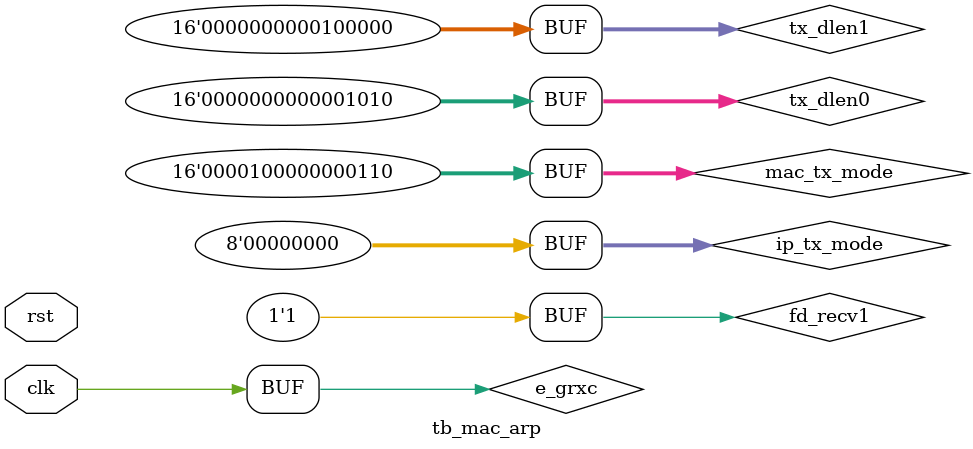
<source format=v>
module tb_mac_arp(
    input clk,
    input rst
);


    localparam GLEN = 8'h40;
    localparam ARP = 16'h0806, IP = 16'h0800;
    localparam ICMP = 8'h01, TCP = 8'h06, UDP = 8'h11;

    reg [7:0] state; 
    reg [7:0] next_state;

    localparam IDLE = 8'h00, WAIT = 8'h01, DONE = 8'h02; 
    localparam FIFO = 8'h13;
    localparam UDP0 = 8'h20, GAP0 = 8'h21, UDP1 = 8'h22, GAP1 = 8'h23;
    localparam UDP2 = 8'h24, GAP2 = 8'h25, UDP3 = 8'h26, GAP3 = 8'h27;

    wire e_grxc;
    wire e0_gtxc, e1_gtxc;
    wire e0_txen, e1_txen;
    wire e0_rxdv, e1_rxdv;
    wire [7:0] e0_rxd, e0_txd;
    wire [7:0] e1_rxd, e1_txd;
    wire e0_rstn, e1_rstn;
    wire fs_send0, fd_send0, fs_recv0, fd_recv0;
    wire fs_send1, fd_send1, fs_recv1, fd_recv1;
    wire [15:0] tx_dlen0, rx_dlen0;
    wire [15:0] tx_dlen1, rx_dlen1;
    wire fifo_cmd_rxen0, fifo_cmd_rxen1;
    wire [7:0] fifo_cmd_rxd0, fifo_cmd_rxd1;

    wire fs_fifo_tx, fd_fifo_tx;
    wire fifo_txen, fifo_rxen;
    wire fifo_full;
    wire [7:0] fifo_txd, fifo_rxd;

    wire [15:0] mac_rx_mode, mac_tx_mode;
    wire [7:0] ip_rx_mode, ip_tx_mode;


    assign tx_dlen0 = 16'h0A;
    assign tx_dlen1 = 16'h20;

    assign fs_send = (state == UDP0) || (state == UDP1) || (state == UDP2) || (state == UDP3);
    assign fs_fifo_tx = (state == FIFO);
    assign fd_recv1 = 1'b1;

    assign mac_tx_mode = ARP;
    assign ip_tx_mode = IP;

    assign e_grxc = clk;

    reg [7:0] cnt;

    always@(posedge clk or posedge rst) begin
        if(rst) state <= IDLE;
        else state <= next_state;
    end
    
    always@(*) begin
        case(state)
            IDLE: next_state <= WAIT;
            WAIT: next_state <= FIFO;
            FIFO: begin
                if(fd_fifo_tx) next_state <= UDP0;
                else next_state <= FIFO;
            end
            UDP0: begin
                if(fd_send0) next_state <= GAP0;
                else next_state <= UDP0;
            end
            GAP0: begin
                if(cnt >= GLEN) next_state <= UDP1;
                else next_state <= GAP0;
            end
            UDP1: begin
                if(fd_send0) next_state <= GAP1;
                else next_state <= UDP1;
            end
            GAP1: begin
                if(cnt >= GLEN) next_state <= UDP2;
                else next_state <= GAP1;
            end
            UDP2: begin
                if(fd_send0) next_state <= GAP2;
                else next_state <= UDP2;
            end
            GAP2: begin
                if(cnt >= GLEN) next_state <= UDP3;
                else next_state <= GAP2;
            end
            UDP3: begin
                if(fd_send0) next_state <= GAP3;
                else next_state <= UDP3;
            end
            GAP3: begin
                if(cnt >= GLEN) next_state <= DONE;
                else next_state <= GAP3;
            end
            DONE: next_state <= WAIT;
            default: next_state <= IDLE;
        endcase
    end

    always@(posedge clk or posedge rst) begin
        if(rst) cnt <= 8'h00;
        else if(state == IDLE) cnt <= 8'h00;
        else if(state == WAIT) cnt <= 8'h00;
        else if(state == GAP0) cnt <= cnt + 1'b1;
        else if(state == GAP1) cnt <= cnt + 1'b1;
        else if(state == GAP2) cnt <= cnt + 1'b1;
        else if(state == GAP3) cnt <= cnt + 1'b1;
        else cnt <= 8'h00;
    end

    fifo_eth
    fifo_read_dut(
        .wr_clk(clk),
        .full(fifo_full),
        .din(fifo_txd),
        .wr_en(fifo_txen),

        .rd_clk(clk),
        .dout(fifo_rxd),
        .rd_en(fifo_rxen)
    );

    fifo_tx
    fifo_tx_dut(
        .clk(clk),
        .rst(rst),

        .full(fifo_full),
        .fs(fs_fifo_tx),
        .fd(fd_fifo_tx),

        .dlen({tx_dlen0, 2'b11}),

        .fifo_txen(fifo_txen),
        .fifo_txd(fifo_txd)
    );




    


    mac
    mac_dut(
        .e_grxc(e_grxc),
        .e_rxdv(e_rxdv),
        .e_rxd(e_rxd),
        .e_rxer(e_rxer),

        .e_gtxc(e_gtxc),
        .e_txen(e_txen),
        .e_txd(e_txd),
        .e_txer(e_txer),

        .e_rstn(e_rstn),
        .e_mdc(e_mdc),
        .e_mdio(e_mdio),

        .fs_send(fs_send),
        .fd_send(fd_send),
        .fs_recv(fs_recv),
        .fd_recv(fd_recv),

        .mac_tx_mode(mac_tx_mode),
        .ip_tx_mode(ip_tx_mode),
        .arp_tx_req(1'b1),
        .mac_rx_mode(mac_rx_mode),
        .ip_rx_mode(ip_rx_mode),

        .rst(rst),
        .tx_dlen(tx_dlen),
        .rx_dlen(rx_dlen),

        .fifo_cmd_rxen(fifo_cmd_rxen),
        .fifo_cmd_rxd(fifo_cmd_rxd),
        .fifo_data_rxen(fifo_data_rxen),
        .fifo_data_rxd(fifo_data_rxd)
    );




endmodule
</source>
